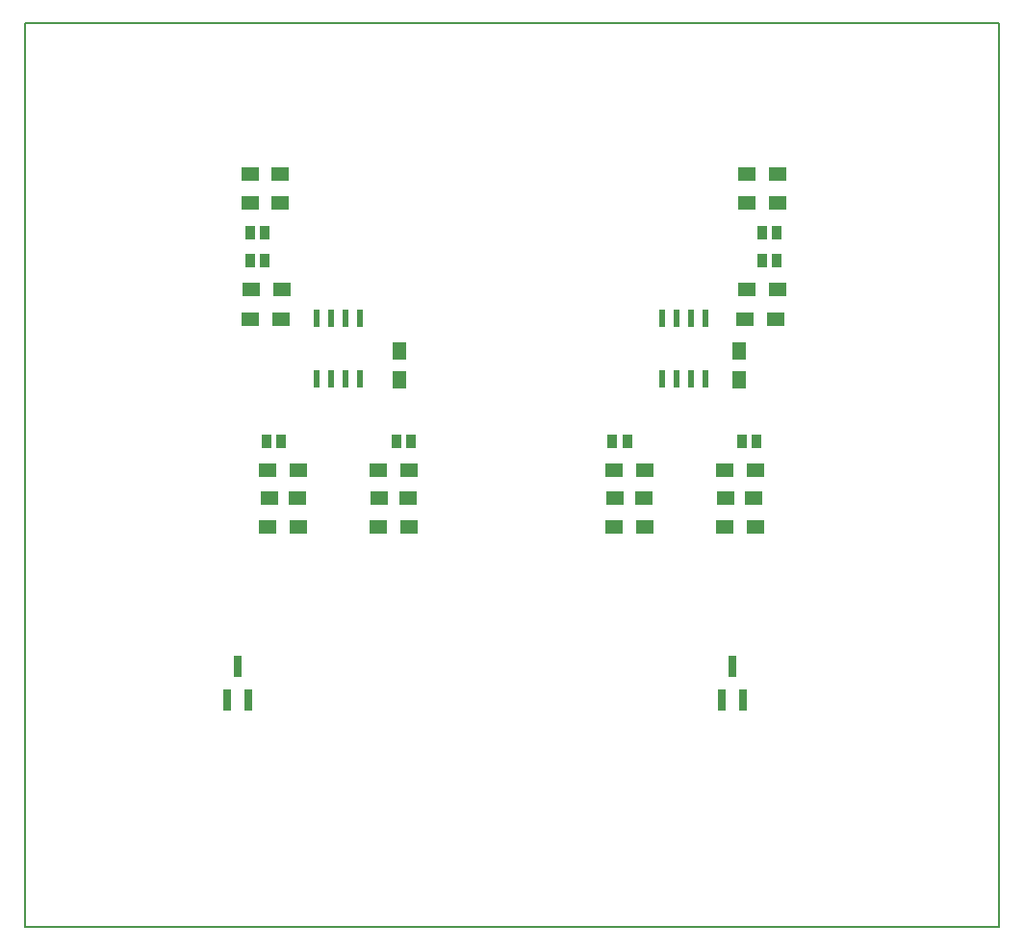
<source format=gbr>
G04 #@! TF.FileFunction,Paste,Top*
%FSLAX46Y46*%
G04 Gerber Fmt 4.6, Leading zero omitted, Abs format (unit mm)*
G04 Created by KiCad (PCBNEW 4.0.7-e2-6376~58~ubuntu16.04.1) date Thu Oct 11 01:20:23 2018*
%MOMM*%
%LPD*%
G01*
G04 APERTURE LIST*
%ADD10C,0.100000*%
%ADD11C,0.150000*%
%ADD12R,1.500000X1.300000*%
%ADD13R,1.500000X1.250000*%
%ADD14R,1.250000X1.500000*%
%ADD15R,0.970000X1.270000*%
%ADD16R,0.600000X1.550000*%
%ADD17R,0.800000X1.900000*%
G04 APERTURE END LIST*
D10*
D11*
X151500000Y-133950000D02*
X65800000Y-133950000D01*
X65800000Y-133950000D02*
X65800000Y-54395000D01*
X151500000Y-54395000D02*
X151500000Y-133950000D01*
X65800000Y-54395000D02*
X151500000Y-54395000D01*
D12*
X88300000Y-80450000D03*
X85600000Y-80450000D03*
X129250000Y-67650000D03*
X131950000Y-67650000D03*
X85650000Y-77850000D03*
X88350000Y-77850000D03*
X131950000Y-70250000D03*
X129250000Y-70250000D03*
D13*
X117700000Y-96250000D03*
X120200000Y-96250000D03*
X127400000Y-96250000D03*
X129900000Y-96250000D03*
X99450000Y-96250000D03*
X96950000Y-96250000D03*
X89750000Y-96250000D03*
X87250000Y-96250000D03*
D14*
X128600000Y-83300000D03*
X128600000Y-85800000D03*
X98700000Y-83300000D03*
X98700000Y-85800000D03*
D15*
X85560000Y-72850000D03*
X86840000Y-72850000D03*
X85560000Y-75350000D03*
X86840000Y-75350000D03*
X131900000Y-75350000D03*
X130620000Y-75350000D03*
X131900000Y-72850000D03*
X130620000Y-72850000D03*
X128860000Y-91250000D03*
X130140000Y-91250000D03*
X117460000Y-91250000D03*
X118740000Y-91250000D03*
X98460000Y-91250000D03*
X99740000Y-91250000D03*
X87060000Y-91250000D03*
X88340000Y-91250000D03*
D12*
X120300000Y-93750000D03*
X117600000Y-93750000D03*
X120300000Y-98750000D03*
X117600000Y-98750000D03*
X89850000Y-98750000D03*
X87150000Y-98750000D03*
X89850000Y-93750000D03*
X87150000Y-93750000D03*
X130000000Y-93750000D03*
X127300000Y-93750000D03*
X130000000Y-98750000D03*
X127300000Y-98750000D03*
X99550000Y-98750000D03*
X96850000Y-98750000D03*
X99550000Y-93750000D03*
X96850000Y-93750000D03*
D16*
X125605000Y-80350000D03*
X124335000Y-80350000D03*
X123065000Y-80350000D03*
X121795000Y-80350000D03*
X121795000Y-85750000D03*
X123065000Y-85750000D03*
X124335000Y-85750000D03*
X125605000Y-85750000D03*
X95205000Y-80350000D03*
X93935000Y-80350000D03*
X92665000Y-80350000D03*
X91395000Y-80350000D03*
X91395000Y-85750000D03*
X92665000Y-85750000D03*
X93935000Y-85750000D03*
X95205000Y-85750000D03*
D17*
X83550000Y-114000000D03*
X85450000Y-114000000D03*
X84500000Y-111000000D03*
X127050000Y-114000000D03*
X128950000Y-114000000D03*
X128000000Y-111000000D03*
D12*
X131950000Y-77850000D03*
X129250000Y-77850000D03*
X85550000Y-70250000D03*
X88250000Y-70250000D03*
X129150000Y-80450000D03*
X131850000Y-80450000D03*
X88250000Y-67650000D03*
X85550000Y-67650000D03*
M02*

</source>
